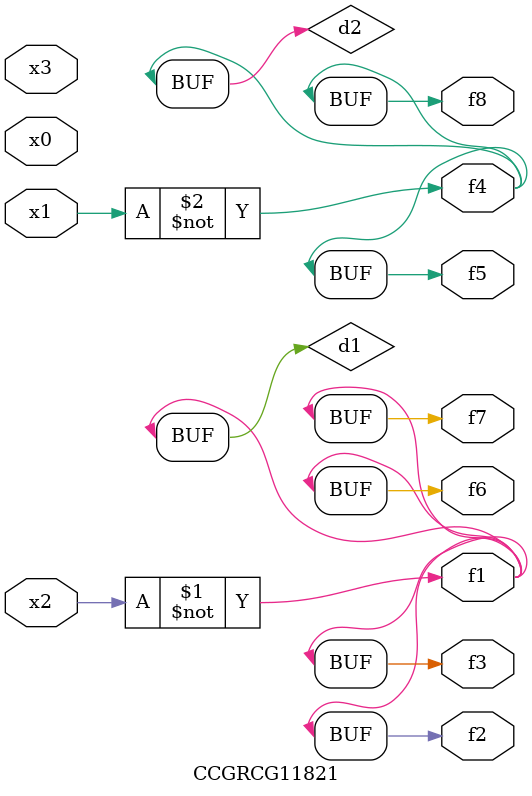
<source format=v>
module CCGRCG11821(
	input x0, x1, x2, x3,
	output f1, f2, f3, f4, f5, f6, f7, f8
);

	wire d1, d2;

	xnor (d1, x2);
	not (d2, x1);
	assign f1 = d1;
	assign f2 = d1;
	assign f3 = d1;
	assign f4 = d2;
	assign f5 = d2;
	assign f6 = d1;
	assign f7 = d1;
	assign f8 = d2;
endmodule

</source>
